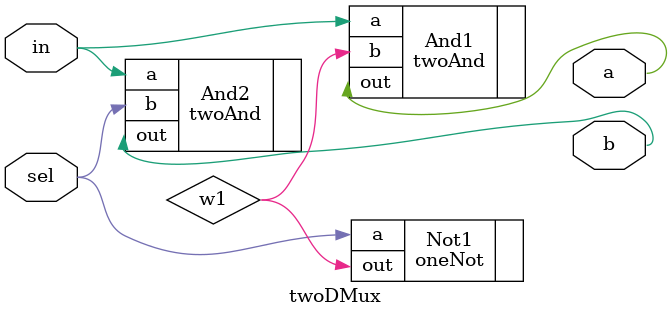
<source format=v>
module twoDMux(in,sel,a,b);

	input in,sel;
	output a,b;
	wire w1;
	
	oneNot Not1(
	.a(sel),
	.out(w1));
	
	twoAnd And1(
	.a(in),
	.b(w1),
	.out(a));
	
	twoAnd And2(
	.a(in),
	.b(sel),
	.out(b));

endmodule
</source>
